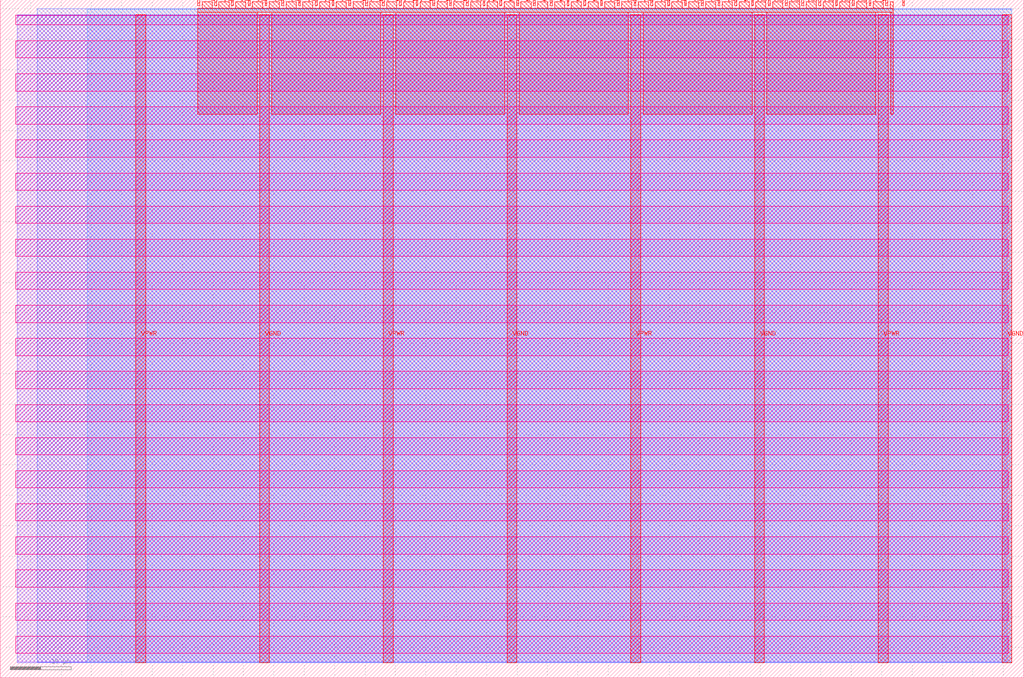
<source format=lef>
VERSION 5.7 ;
  NOWIREEXTENSIONATPIN ON ;
  DIVIDERCHAR "/" ;
  BUSBITCHARS "[]" ;
MACRO tt_um_rgb_mixer_dup
  CLASS BLOCK ;
  FOREIGN tt_um_rgb_mixer_dup ;
  ORIGIN 0.000 0.000 ;
  SIZE 168.360 BY 111.520 ;
  PIN VGND
    DIRECTION INOUT ;
    USE GROUND ;
    PORT
      LAYER met4 ;
        RECT 42.670 2.480 44.270 109.040 ;
    END
    PORT
      LAYER met4 ;
        RECT 83.380 2.480 84.980 109.040 ;
    END
    PORT
      LAYER met4 ;
        RECT 124.090 2.480 125.690 109.040 ;
    END
    PORT
      LAYER met4 ;
        RECT 164.800 2.480 166.400 109.040 ;
    END
  END VGND
  PIN VPWR
    DIRECTION INOUT ;
    USE POWER ;
    PORT
      LAYER met4 ;
        RECT 22.315 2.480 23.915 109.040 ;
    END
    PORT
      LAYER met4 ;
        RECT 63.025 2.480 64.625 109.040 ;
    END
    PORT
      LAYER met4 ;
        RECT 103.735 2.480 105.335 109.040 ;
    END
    PORT
      LAYER met4 ;
        RECT 144.445 2.480 146.045 109.040 ;
    END
  END VPWR
  PIN clk
    DIRECTION INPUT ;
    USE SIGNAL ;
    ANTENNAGATEAREA 0.852000 ;
    PORT
      LAYER met4 ;
        RECT 145.670 110.520 145.970 111.520 ;
    END
  END clk
  PIN ena
    DIRECTION INPUT ;
    USE SIGNAL ;
    PORT
      LAYER met4 ;
        RECT 148.430 110.520 148.730 111.520 ;
    END
  END ena
  PIN rst_n
    DIRECTION INPUT ;
    USE SIGNAL ;
    ANTENNAGATEAREA 0.196500 ;
    PORT
      LAYER met4 ;
        RECT 142.910 110.520 143.210 111.520 ;
    END
  END rst_n
  PIN ui_in[0]
    DIRECTION INPUT ;
    USE SIGNAL ;
    ANTENNAGATEAREA 0.196500 ;
    PORT
      LAYER met4 ;
        RECT 140.150 110.520 140.450 111.520 ;
    END
  END ui_in[0]
  PIN ui_in[1]
    DIRECTION INPUT ;
    USE SIGNAL ;
    ANTENNAGATEAREA 0.196500 ;
    PORT
      LAYER met4 ;
        RECT 137.390 110.520 137.690 111.520 ;
    END
  END ui_in[1]
  PIN ui_in[2]
    DIRECTION INPUT ;
    USE SIGNAL ;
    ANTENNAGATEAREA 0.196500 ;
    PORT
      LAYER met4 ;
        RECT 134.630 110.520 134.930 111.520 ;
    END
  END ui_in[2]
  PIN ui_in[3]
    DIRECTION INPUT ;
    USE SIGNAL ;
    ANTENNAGATEAREA 0.196500 ;
    PORT
      LAYER met4 ;
        RECT 131.870 110.520 132.170 111.520 ;
    END
  END ui_in[3]
  PIN ui_in[4]
    DIRECTION INPUT ;
    USE SIGNAL ;
    ANTENNAGATEAREA 0.196500 ;
    PORT
      LAYER met4 ;
        RECT 129.110 110.520 129.410 111.520 ;
    END
  END ui_in[4]
  PIN ui_in[5]
    DIRECTION INPUT ;
    USE SIGNAL ;
    ANTENNAGATEAREA 0.196500 ;
    PORT
      LAYER met4 ;
        RECT 126.350 110.520 126.650 111.520 ;
    END
  END ui_in[5]
  PIN ui_in[6]
    DIRECTION INPUT ;
    USE SIGNAL ;
    ANTENNAGATEAREA 0.196500 ;
    PORT
      LAYER met4 ;
        RECT 123.590 110.520 123.890 111.520 ;
    END
  END ui_in[6]
  PIN ui_in[7]
    DIRECTION INPUT ;
    USE SIGNAL ;
    ANTENNAGATEAREA 0.196500 ;
    PORT
      LAYER met4 ;
        RECT 120.830 110.520 121.130 111.520 ;
    END
  END ui_in[7]
  PIN uio_in[0]
    DIRECTION INPUT ;
    USE SIGNAL ;
    PORT
      LAYER met4 ;
        RECT 118.070 110.520 118.370 111.520 ;
    END
  END uio_in[0]
  PIN uio_in[1]
    DIRECTION INPUT ;
    USE SIGNAL ;
    PORT
      LAYER met4 ;
        RECT 115.310 110.520 115.610 111.520 ;
    END
  END uio_in[1]
  PIN uio_in[2]
    DIRECTION INPUT ;
    USE SIGNAL ;
    PORT
      LAYER met4 ;
        RECT 112.550 110.520 112.850 111.520 ;
    END
  END uio_in[2]
  PIN uio_in[3]
    DIRECTION INPUT ;
    USE SIGNAL ;
    PORT
      LAYER met4 ;
        RECT 109.790 110.520 110.090 111.520 ;
    END
  END uio_in[3]
  PIN uio_in[4]
    DIRECTION INPUT ;
    USE SIGNAL ;
    PORT
      LAYER met4 ;
        RECT 107.030 110.520 107.330 111.520 ;
    END
  END uio_in[4]
  PIN uio_in[5]
    DIRECTION INPUT ;
    USE SIGNAL ;
    PORT
      LAYER met4 ;
        RECT 104.270 110.520 104.570 111.520 ;
    END
  END uio_in[5]
  PIN uio_in[6]
    DIRECTION INPUT ;
    USE SIGNAL ;
    PORT
      LAYER met4 ;
        RECT 101.510 110.520 101.810 111.520 ;
    END
  END uio_in[6]
  PIN uio_in[7]
    DIRECTION INPUT ;
    USE SIGNAL ;
    PORT
      LAYER met4 ;
        RECT 98.750 110.520 99.050 111.520 ;
    END
  END uio_in[7]
  PIN uio_oe[0]
    DIRECTION OUTPUT TRISTATE ;
    USE SIGNAL ;
    PORT
      LAYER met4 ;
        RECT 51.830 110.520 52.130 111.520 ;
    END
  END uio_oe[0]
  PIN uio_oe[1]
    DIRECTION OUTPUT TRISTATE ;
    USE SIGNAL ;
    PORT
      LAYER met4 ;
        RECT 49.070 110.520 49.370 111.520 ;
    END
  END uio_oe[1]
  PIN uio_oe[2]
    DIRECTION OUTPUT TRISTATE ;
    USE SIGNAL ;
    PORT
      LAYER met4 ;
        RECT 46.310 110.520 46.610 111.520 ;
    END
  END uio_oe[2]
  PIN uio_oe[3]
    DIRECTION OUTPUT TRISTATE ;
    USE SIGNAL ;
    PORT
      LAYER met4 ;
        RECT 43.550 110.520 43.850 111.520 ;
    END
  END uio_oe[3]
  PIN uio_oe[4]
    DIRECTION OUTPUT TRISTATE ;
    USE SIGNAL ;
    PORT
      LAYER met4 ;
        RECT 40.790 110.520 41.090 111.520 ;
    END
  END uio_oe[4]
  PIN uio_oe[5]
    DIRECTION OUTPUT TRISTATE ;
    USE SIGNAL ;
    PORT
      LAYER met4 ;
        RECT 38.030 110.520 38.330 111.520 ;
    END
  END uio_oe[5]
  PIN uio_oe[6]
    DIRECTION OUTPUT TRISTATE ;
    USE SIGNAL ;
    PORT
      LAYER met4 ;
        RECT 35.270 110.520 35.570 111.520 ;
    END
  END uio_oe[6]
  PIN uio_oe[7]
    DIRECTION OUTPUT TRISTATE ;
    USE SIGNAL ;
    PORT
      LAYER met4 ;
        RECT 32.510 110.520 32.810 111.520 ;
    END
  END uio_oe[7]
  PIN uio_out[0]
    DIRECTION OUTPUT TRISTATE ;
    USE SIGNAL ;
    ANTENNADIFFAREA 0.445500 ;
    PORT
      LAYER met4 ;
        RECT 73.910 110.520 74.210 111.520 ;
    END
  END uio_out[0]
  PIN uio_out[1]
    DIRECTION OUTPUT TRISTATE ;
    USE SIGNAL ;
    ANTENNADIFFAREA 0.445500 ;
    PORT
      LAYER met4 ;
        RECT 71.150 110.520 71.450 111.520 ;
    END
  END uio_out[1]
  PIN uio_out[2]
    DIRECTION OUTPUT TRISTATE ;
    USE SIGNAL ;
    ANTENNADIFFAREA 0.445500 ;
    PORT
      LAYER met4 ;
        RECT 68.390 110.520 68.690 111.520 ;
    END
  END uio_out[2]
  PIN uio_out[3]
    DIRECTION OUTPUT TRISTATE ;
    USE SIGNAL ;
    ANTENNADIFFAREA 0.445500 ;
    PORT
      LAYER met4 ;
        RECT 65.630 110.520 65.930 111.520 ;
    END
  END uio_out[3]
  PIN uio_out[4]
    DIRECTION OUTPUT TRISTATE ;
    USE SIGNAL ;
    ANTENNADIFFAREA 0.445500 ;
    PORT
      LAYER met4 ;
        RECT 62.870 110.520 63.170 111.520 ;
    END
  END uio_out[4]
  PIN uio_out[5]
    DIRECTION OUTPUT TRISTATE ;
    USE SIGNAL ;
    ANTENNADIFFAREA 0.445500 ;
    PORT
      LAYER met4 ;
        RECT 60.110 110.520 60.410 111.520 ;
    END
  END uio_out[5]
  PIN uio_out[6]
    DIRECTION OUTPUT TRISTATE ;
    USE SIGNAL ;
    ANTENNADIFFAREA 0.445500 ;
    PORT
      LAYER met4 ;
        RECT 57.350 110.520 57.650 111.520 ;
    END
  END uio_out[6]
  PIN uio_out[7]
    DIRECTION OUTPUT TRISTATE ;
    USE SIGNAL ;
    ANTENNADIFFAREA 0.445500 ;
    PORT
      LAYER met4 ;
        RECT 54.590 110.520 54.890 111.520 ;
    END
  END uio_out[7]
  PIN uo_out[0]
    DIRECTION OUTPUT TRISTATE ;
    USE SIGNAL ;
    ANTENNADIFFAREA 0.445500 ;
    PORT
      LAYER met4 ;
        RECT 95.990 110.520 96.290 111.520 ;
    END
  END uo_out[0]
  PIN uo_out[1]
    DIRECTION OUTPUT TRISTATE ;
    USE SIGNAL ;
    ANTENNADIFFAREA 0.445500 ;
    PORT
      LAYER met4 ;
        RECT 93.230 110.520 93.530 111.520 ;
    END
  END uo_out[1]
  PIN uo_out[2]
    DIRECTION OUTPUT TRISTATE ;
    USE SIGNAL ;
    ANTENNADIFFAREA 0.795200 ;
    PORT
      LAYER met4 ;
        RECT 90.470 110.520 90.770 111.520 ;
    END
  END uo_out[2]
  PIN uo_out[3]
    DIRECTION OUTPUT TRISTATE ;
    USE SIGNAL ;
    ANTENNADIFFAREA 0.795200 ;
    PORT
      LAYER met4 ;
        RECT 87.710 110.520 88.010 111.520 ;
    END
  END uo_out[3]
  PIN uo_out[4]
    DIRECTION OUTPUT TRISTATE ;
    USE SIGNAL ;
    ANTENNADIFFAREA 0.795200 ;
    PORT
      LAYER met4 ;
        RECT 84.950 110.520 85.250 111.520 ;
    END
  END uo_out[4]
  PIN uo_out[5]
    DIRECTION OUTPUT TRISTATE ;
    USE SIGNAL ;
    PORT
      LAYER met4 ;
        RECT 82.190 110.520 82.490 111.520 ;
    END
  END uo_out[5]
  PIN uo_out[6]
    DIRECTION OUTPUT TRISTATE ;
    USE SIGNAL ;
    PORT
      LAYER met4 ;
        RECT 79.430 110.520 79.730 111.520 ;
    END
  END uo_out[6]
  PIN uo_out[7]
    DIRECTION OUTPUT TRISTATE ;
    USE SIGNAL ;
    PORT
      LAYER met4 ;
        RECT 76.670 110.520 76.970 111.520 ;
    END
  END uo_out[7]
  OBS
      LAYER nwell ;
        RECT 2.570 107.385 165.790 108.990 ;
        RECT 2.570 101.945 165.790 104.775 ;
        RECT 2.570 96.505 165.790 99.335 ;
        RECT 2.570 91.065 165.790 93.895 ;
        RECT 2.570 85.625 165.790 88.455 ;
        RECT 2.570 80.185 165.790 83.015 ;
        RECT 2.570 74.745 165.790 77.575 ;
        RECT 2.570 69.305 165.790 72.135 ;
        RECT 2.570 63.865 165.790 66.695 ;
        RECT 2.570 58.425 165.790 61.255 ;
        RECT 2.570 52.985 165.790 55.815 ;
        RECT 2.570 47.545 165.790 50.375 ;
        RECT 2.570 42.105 165.790 44.935 ;
        RECT 2.570 36.665 165.790 39.495 ;
        RECT 2.570 31.225 165.790 34.055 ;
        RECT 2.570 25.785 165.790 28.615 ;
        RECT 2.570 20.345 165.790 23.175 ;
        RECT 2.570 14.905 165.790 17.735 ;
        RECT 2.570 9.465 165.790 12.295 ;
        RECT 2.570 4.025 165.790 6.855 ;
      LAYER li1 ;
        RECT 2.760 2.635 165.600 108.885 ;
      LAYER met1 ;
        RECT 2.760 2.480 166.400 109.040 ;
      LAYER met2 ;
        RECT 6.080 2.535 166.370 110.005 ;
      LAYER met3 ;
        RECT 14.325 2.555 166.390 109.985 ;
      LAYER met4 ;
        RECT 33.210 110.120 34.870 111.170 ;
        RECT 35.970 110.120 37.630 111.170 ;
        RECT 38.730 110.120 40.390 111.170 ;
        RECT 41.490 110.120 43.150 111.170 ;
        RECT 44.250 110.120 45.910 111.170 ;
        RECT 47.010 110.120 48.670 111.170 ;
        RECT 49.770 110.120 51.430 111.170 ;
        RECT 52.530 110.120 54.190 111.170 ;
        RECT 55.290 110.120 56.950 111.170 ;
        RECT 58.050 110.120 59.710 111.170 ;
        RECT 60.810 110.120 62.470 111.170 ;
        RECT 63.570 110.120 65.230 111.170 ;
        RECT 66.330 110.120 67.990 111.170 ;
        RECT 69.090 110.120 70.750 111.170 ;
        RECT 71.850 110.120 73.510 111.170 ;
        RECT 74.610 110.120 76.270 111.170 ;
        RECT 77.370 110.120 79.030 111.170 ;
        RECT 80.130 110.120 81.790 111.170 ;
        RECT 82.890 110.120 84.550 111.170 ;
        RECT 85.650 110.120 87.310 111.170 ;
        RECT 88.410 110.120 90.070 111.170 ;
        RECT 91.170 110.120 92.830 111.170 ;
        RECT 93.930 110.120 95.590 111.170 ;
        RECT 96.690 110.120 98.350 111.170 ;
        RECT 99.450 110.120 101.110 111.170 ;
        RECT 102.210 110.120 103.870 111.170 ;
        RECT 104.970 110.120 106.630 111.170 ;
        RECT 107.730 110.120 109.390 111.170 ;
        RECT 110.490 110.120 112.150 111.170 ;
        RECT 113.250 110.120 114.910 111.170 ;
        RECT 116.010 110.120 117.670 111.170 ;
        RECT 118.770 110.120 120.430 111.170 ;
        RECT 121.530 110.120 123.190 111.170 ;
        RECT 124.290 110.120 125.950 111.170 ;
        RECT 127.050 110.120 128.710 111.170 ;
        RECT 129.810 110.120 131.470 111.170 ;
        RECT 132.570 110.120 134.230 111.170 ;
        RECT 135.330 110.120 136.990 111.170 ;
        RECT 138.090 110.120 139.750 111.170 ;
        RECT 140.850 110.120 142.510 111.170 ;
        RECT 143.610 110.120 145.270 111.170 ;
        RECT 146.370 110.120 146.905 111.170 ;
        RECT 32.495 109.440 146.905 110.120 ;
        RECT 32.495 92.655 42.270 109.440 ;
        RECT 44.670 92.655 62.625 109.440 ;
        RECT 65.025 92.655 82.980 109.440 ;
        RECT 85.380 92.655 103.335 109.440 ;
        RECT 105.735 92.655 123.690 109.440 ;
        RECT 126.090 92.655 144.045 109.440 ;
        RECT 146.445 92.655 146.905 109.440 ;
  END
END tt_um_rgb_mixer_dup
END LIBRARY


</source>
